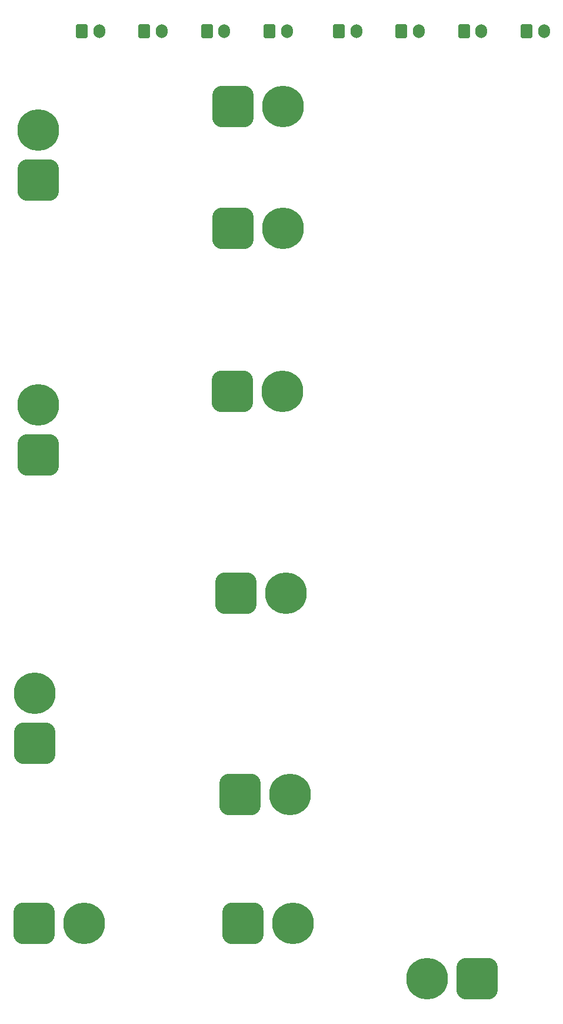
<source format=gbr>
%TF.GenerationSoftware,KiCad,Pcbnew,9.0.2*%
%TF.CreationDate,2025-12-08T19:10:43+05:30*%
%TF.ProjectId,Kratos26,4b726174-6f73-4323-962e-6b696361645f,rev?*%
%TF.SameCoordinates,Original*%
%TF.FileFunction,Soldermask,Bot*%
%TF.FilePolarity,Negative*%
%FSLAX46Y46*%
G04 Gerber Fmt 4.6, Leading zero omitted, Abs format (unit mm)*
G04 Created by KiCad (PCBNEW 9.0.2) date 2025-12-08 19:10:43*
%MOMM*%
%LPD*%
G01*
G04 APERTURE LIST*
G04 Aperture macros list*
%AMRoundRect*
0 Rectangle with rounded corners*
0 $1 Rounding radius*
0 $2 $3 $4 $5 $6 $7 $8 $9 X,Y pos of 4 corners*
0 Add a 4 corners polygon primitive as box body*
4,1,4,$2,$3,$4,$5,$6,$7,$8,$9,$2,$3,0*
0 Add four circle primitives for the rounded corners*
1,1,$1+$1,$2,$3*
1,1,$1+$1,$4,$5*
1,1,$1+$1,$6,$7*
1,1,$1+$1,$8,$9*
0 Add four rect primitives between the rounded corners*
20,1,$1+$1,$2,$3,$4,$5,0*
20,1,$1+$1,$4,$5,$6,$7,0*
20,1,$1+$1,$6,$7,$8,$9,0*
20,1,$1+$1,$8,$9,$2,$3,0*%
G04 Aperture macros list end*
%ADD10RoundRect,1.500000X-1.500000X-1.500000X1.500000X-1.500000X1.500000X1.500000X-1.500000X1.500000X0*%
%ADD11C,6.000000*%
%ADD12RoundRect,0.250000X-0.600000X-0.750000X0.600000X-0.750000X0.600000X0.750000X-0.600000X0.750000X0*%
%ADD13O,1.700000X2.000000*%
%ADD14RoundRect,1.500000X1.500000X-1.500000X1.500000X1.500000X-1.500000X1.500000X-1.500000X-1.500000X0*%
%ADD15RoundRect,1.500000X1.500000X1.500000X-1.500000X1.500000X-1.500000X-1.500000X1.500000X-1.500000X0*%
G04 APERTURE END LIST*
D10*
%TO.C,REF\u002A\u002A*%
X113500000Y-129000000D03*
D11*
X120700000Y-129000000D03*
%TD*%
D10*
%TO.C,REF\u002A\u002A*%
X112900000Y-100000000D03*
D11*
X120100000Y-100000000D03*
%TD*%
D12*
%TO.C,REF\u002A\u002A*%
X154750000Y-19200000D03*
D13*
X157250000Y-19200000D03*
%TD*%
D12*
%TO.C,REF\u002A\u002A*%
X90750000Y-19200000D03*
D13*
X93250000Y-19200000D03*
%TD*%
D12*
%TO.C,REF\u002A\u002A*%
X117750000Y-19200000D03*
D13*
X120250000Y-19200000D03*
%TD*%
D12*
%TO.C,REF\u002A\u002A*%
X108750000Y-19200000D03*
D13*
X111250000Y-19200000D03*
%TD*%
D10*
%TO.C,REF\u002A\u002A*%
X112400000Y-71000000D03*
D11*
X119600000Y-71000000D03*
%TD*%
D14*
%TO.C,REF\u002A\u002A*%
X84500000Y-80100000D03*
D11*
X84500000Y-72900000D03*
%TD*%
D12*
%TO.C,REF\u002A\u002A*%
X99750000Y-19200000D03*
D13*
X102250000Y-19200000D03*
%TD*%
D12*
%TO.C,REF\u002A\u002A*%
X136750000Y-19200000D03*
D13*
X139250000Y-19200000D03*
%TD*%
D10*
%TO.C,REF\u002A\u002A*%
X112500000Y-30000000D03*
D11*
X119700000Y-30000000D03*
%TD*%
D14*
%TO.C,REF\u002A\u002A*%
X84000000Y-121600000D03*
D11*
X84000000Y-114400000D03*
%TD*%
D15*
%TO.C,REF\u002A\u002A*%
X147600000Y-155500000D03*
D11*
X140400000Y-155500000D03*
%TD*%
D12*
%TO.C,REF\u002A\u002A*%
X145750000Y-19200000D03*
D13*
X148250000Y-19200000D03*
%TD*%
D12*
%TO.C,REF\u002A\u002A*%
X127750000Y-19200000D03*
D13*
X130250000Y-19200000D03*
%TD*%
D10*
%TO.C,REF\u002A\u002A*%
X112500000Y-47500000D03*
D11*
X119700000Y-47500000D03*
%TD*%
D10*
%TO.C,REF\u002A\u002A*%
X113900000Y-147500000D03*
D11*
X121100000Y-147500000D03*
%TD*%
D10*
%TO.C,REF\u002A\u002A*%
X83900000Y-147500000D03*
D11*
X91100000Y-147500000D03*
%TD*%
D14*
%TO.C,REF\u002A\u002A*%
X84500000Y-40600000D03*
D11*
X84500000Y-33400000D03*
%TD*%
M02*

</source>
